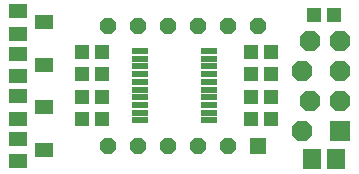
<source format=gts>
G75*
%MOIN*%
%OFA0B0*%
%FSLAX24Y24*%
%IPPOS*%
%LPD*%
%AMOC8*
5,1,8,0,0,1.08239X$1,22.5*
%
%ADD10R,0.0552X0.0552*%
%ADD11OC8,0.0552*%
%ADD12R,0.0474X0.0513*%
%ADD13R,0.0552X0.0198*%
%ADD14R,0.0631X0.0474*%
%ADD15OC8,0.0680*%
%ADD16R,0.0680X0.0680*%
%ADD17R,0.0592X0.0710*%
D10*
X009041Y001391D03*
D11*
X008041Y001391D03*
X007041Y001391D03*
X006041Y001391D03*
X005041Y001391D03*
X004041Y001391D03*
X004041Y005391D03*
X005041Y005391D03*
X006041Y005391D03*
X007041Y005391D03*
X008041Y005391D03*
X009041Y005391D03*
D12*
X008800Y004510D03*
X009470Y004510D03*
X009470Y003760D03*
X008800Y003760D03*
X008800Y003010D03*
X009470Y003010D03*
X009470Y002260D03*
X008800Y002260D03*
X003845Y002260D03*
X003175Y002260D03*
X003175Y003010D03*
X003845Y003010D03*
X003845Y003760D03*
X003175Y003760D03*
X003175Y004510D03*
X003845Y004510D03*
X010900Y005735D03*
X011570Y005735D03*
D13*
X007402Y004537D03*
X007402Y004281D03*
X007402Y004025D03*
X007402Y003769D03*
X007402Y003513D03*
X007402Y003257D03*
X007402Y003001D03*
X007402Y002745D03*
X007402Y002489D03*
X007402Y002233D03*
X005118Y002233D03*
X005118Y002489D03*
X005118Y002745D03*
X005118Y003001D03*
X005118Y003257D03*
X005118Y003513D03*
X005118Y003769D03*
X005118Y004025D03*
X005118Y004281D03*
X005118Y004537D03*
D14*
X001040Y000876D03*
X001906Y001250D03*
X001040Y001624D03*
X001040Y002291D03*
X001906Y002665D03*
X001040Y003039D03*
X001040Y003706D03*
X001906Y004080D03*
X001040Y004454D03*
X001040Y005124D03*
X001906Y005498D03*
X001040Y005872D03*
D15*
X010510Y003885D03*
X011760Y003885D03*
X011760Y002885D03*
X010760Y002885D03*
X010510Y001885D03*
X010760Y004885D03*
X011760Y004885D03*
D16*
X011760Y001885D03*
D17*
X011629Y000935D03*
X010841Y000935D03*
M02*

</source>
